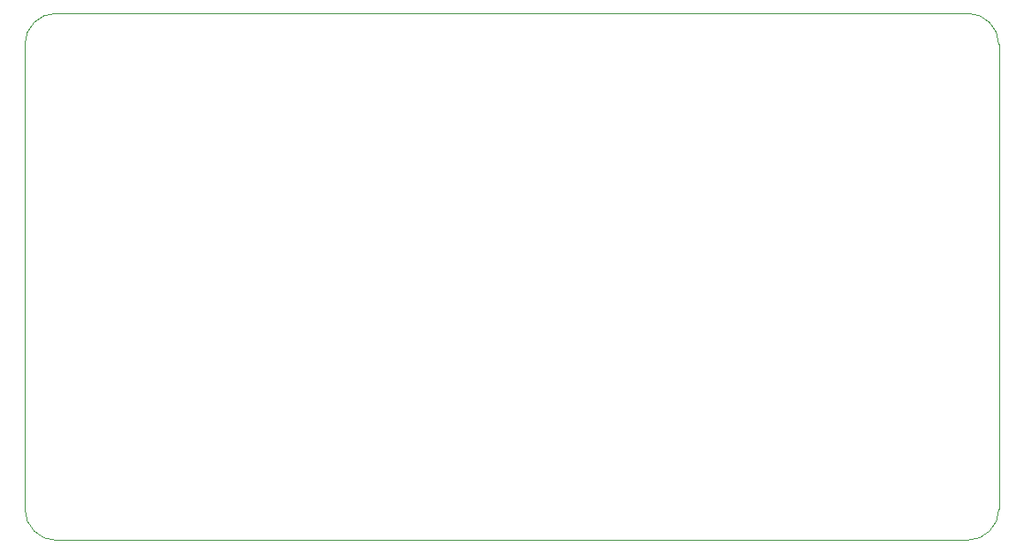
<source format=gbr>
%TF.GenerationSoftware,KiCad,Pcbnew,(7.0.0-0)*%
%TF.CreationDate,2023-06-03T23:07:31+02:00*%
%TF.ProjectId,Untitled,556e7469-746c-4656-942e-6b696361645f,rev?*%
%TF.SameCoordinates,Original*%
%TF.FileFunction,Profile,NP*%
%FSLAX46Y46*%
G04 Gerber Fmt 4.6, Leading zero omitted, Abs format (unit mm)*
G04 Created by KiCad (PCBNEW (7.0.0-0)) date 2023-06-03 23:07:31*
%MOMM*%
%LPD*%
G01*
G04 APERTURE LIST*
%TA.AperFunction,Profile*%
%ADD10C,0.100000*%
%TD*%
G04 APERTURE END LIST*
D10*
X96750000Y-70500000D02*
G75*
G03*
X99750000Y-73500000I3000000J0D01*
G01*
X190000000Y-26000000D02*
X190000000Y-70500000D01*
X190000000Y-26000000D02*
G75*
G03*
X187000000Y-23000000I-3000000J0D01*
G01*
X187000000Y-73500000D02*
G75*
G03*
X190000000Y-70500000I0J3000000D01*
G01*
X99750000Y-23000000D02*
G75*
G03*
X96750000Y-26000000I0J-3000000D01*
G01*
X96750000Y-70500000D02*
X96750000Y-26000000D01*
X187000000Y-73500000D02*
X99750000Y-73500000D01*
X99750000Y-23000000D02*
X187000000Y-23000000D01*
M02*

</source>
